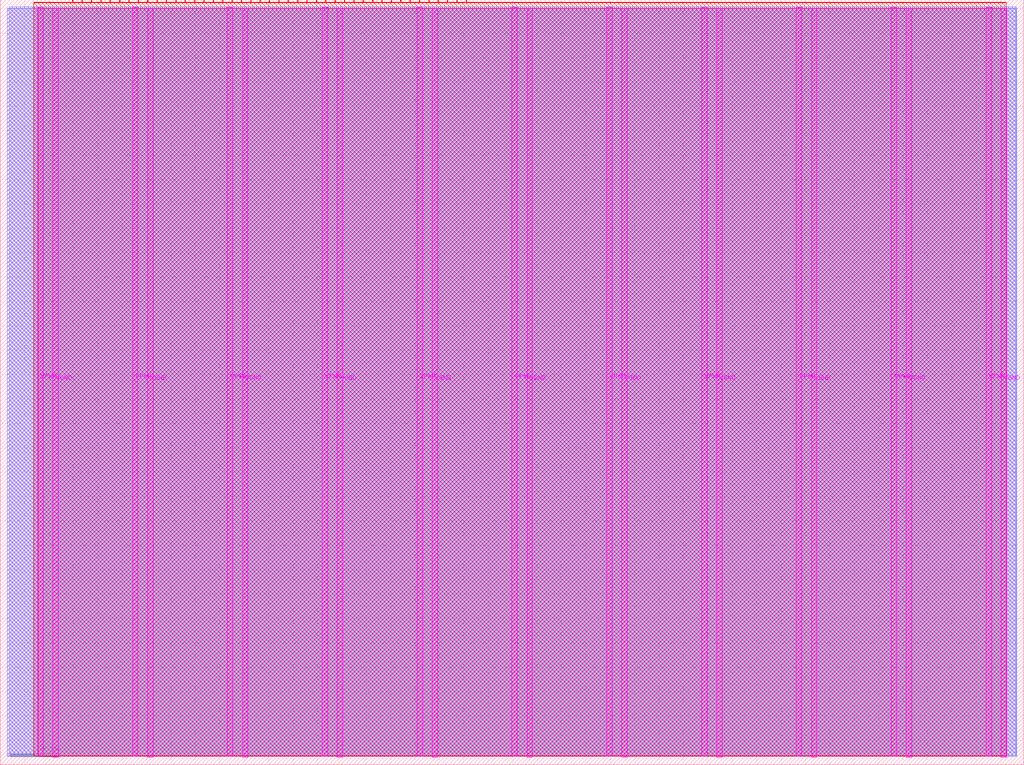
<source format=lef>
VERSION 5.7 ;
  NOWIREEXTENSIONATPIN ON ;
  DIVIDERCHAR "/" ;
  BUSBITCHARS "[]" ;
MACRO tt_um_vga_tetris
  CLASS BLOCK ;
  FOREIGN tt_um_vga_tetris ;
  ORIGIN 0.000 0.000 ;
  SIZE 419.520 BY 313.740 ;
  PIN VGND
    DIRECTION INOUT ;
    USE GROUND ;
    PORT
      LAYER TopMetal1 ;
        RECT 21.580 3.150 23.780 310.180 ;
    END
    PORT
      LAYER TopMetal1 ;
        RECT 60.450 3.150 62.650 310.180 ;
    END
    PORT
      LAYER TopMetal1 ;
        RECT 99.320 3.150 101.520 310.180 ;
    END
    PORT
      LAYER TopMetal1 ;
        RECT 138.190 3.150 140.390 310.180 ;
    END
    PORT
      LAYER TopMetal1 ;
        RECT 177.060 3.150 179.260 310.180 ;
    END
    PORT
      LAYER TopMetal1 ;
        RECT 215.930 3.150 218.130 310.180 ;
    END
    PORT
      LAYER TopMetal1 ;
        RECT 254.800 3.150 257.000 310.180 ;
    END
    PORT
      LAYER TopMetal1 ;
        RECT 293.670 3.150 295.870 310.180 ;
    END
    PORT
      LAYER TopMetal1 ;
        RECT 332.540 3.150 334.740 310.180 ;
    END
    PORT
      LAYER TopMetal1 ;
        RECT 371.410 3.150 373.610 310.180 ;
    END
    PORT
      LAYER TopMetal1 ;
        RECT 410.280 3.150 412.480 310.180 ;
    END
  END VGND
  PIN VPWR
    DIRECTION INOUT ;
    USE POWER ;
    PORT
      LAYER TopMetal1 ;
        RECT 15.380 3.560 17.580 310.590 ;
    END
    PORT
      LAYER TopMetal1 ;
        RECT 54.250 3.560 56.450 310.590 ;
    END
    PORT
      LAYER TopMetal1 ;
        RECT 93.120 3.560 95.320 310.590 ;
    END
    PORT
      LAYER TopMetal1 ;
        RECT 131.990 3.560 134.190 310.590 ;
    END
    PORT
      LAYER TopMetal1 ;
        RECT 170.860 3.560 173.060 310.590 ;
    END
    PORT
      LAYER TopMetal1 ;
        RECT 209.730 3.560 211.930 310.590 ;
    END
    PORT
      LAYER TopMetal1 ;
        RECT 248.600 3.560 250.800 310.590 ;
    END
    PORT
      LAYER TopMetal1 ;
        RECT 287.470 3.560 289.670 310.590 ;
    END
    PORT
      LAYER TopMetal1 ;
        RECT 326.340 3.560 328.540 310.590 ;
    END
    PORT
      LAYER TopMetal1 ;
        RECT 365.210 3.560 367.410 310.590 ;
    END
    PORT
      LAYER TopMetal1 ;
        RECT 404.080 3.560 406.280 310.590 ;
    END
  END VPWR
  PIN clk
    DIRECTION INPUT ;
    USE SIGNAL ;
    ANTENNAGATEAREA 0.725400 ;
    PORT
      LAYER Metal4 ;
        RECT 187.050 312.740 187.350 313.740 ;
    END
  END clk
  PIN ena
    DIRECTION INPUT ;
    USE SIGNAL ;
    PORT
      LAYER Metal4 ;
        RECT 190.890 312.740 191.190 313.740 ;
    END
  END ena
  PIN rst_n
    DIRECTION INPUT ;
    USE SIGNAL ;
    ANTENNAGATEAREA 0.725400 ;
    PORT
      LAYER Metal4 ;
        RECT 183.210 312.740 183.510 313.740 ;
    END
  END rst_n
  PIN ui_in[0]
    DIRECTION INPUT ;
    USE SIGNAL ;
    ANTENNAGATEAREA 0.180700 ;
    PORT
      LAYER Metal4 ;
        RECT 179.370 312.740 179.670 313.740 ;
    END
  END ui_in[0]
  PIN ui_in[1]
    DIRECTION INPUT ;
    USE SIGNAL ;
    ANTENNAGATEAREA 0.180700 ;
    PORT
      LAYER Metal4 ;
        RECT 175.530 312.740 175.830 313.740 ;
    END
  END ui_in[1]
  PIN ui_in[2]
    DIRECTION INPUT ;
    USE SIGNAL ;
    ANTENNAGATEAREA 0.180700 ;
    PORT
      LAYER Metal4 ;
        RECT 171.690 312.740 171.990 313.740 ;
    END
  END ui_in[2]
  PIN ui_in[3]
    DIRECTION INPUT ;
    USE SIGNAL ;
    ANTENNAGATEAREA 0.180700 ;
    PORT
      LAYER Metal4 ;
        RECT 167.850 312.740 168.150 313.740 ;
    END
  END ui_in[3]
  PIN ui_in[4]
    DIRECTION INPUT ;
    USE SIGNAL ;
    PORT
      LAYER Metal4 ;
        RECT 164.010 312.740 164.310 313.740 ;
    END
  END ui_in[4]
  PIN ui_in[5]
    DIRECTION INPUT ;
    USE SIGNAL ;
    PORT
      LAYER Metal4 ;
        RECT 160.170 312.740 160.470 313.740 ;
    END
  END ui_in[5]
  PIN ui_in[6]
    DIRECTION INPUT ;
    USE SIGNAL ;
    PORT
      LAYER Metal4 ;
        RECT 156.330 312.740 156.630 313.740 ;
    END
  END ui_in[6]
  PIN ui_in[7]
    DIRECTION INPUT ;
    USE SIGNAL ;
    PORT
      LAYER Metal4 ;
        RECT 152.490 312.740 152.790 313.740 ;
    END
  END ui_in[7]
  PIN uio_in[0]
    DIRECTION INPUT ;
    USE SIGNAL ;
    PORT
      LAYER Metal4 ;
        RECT 148.650 312.740 148.950 313.740 ;
    END
  END uio_in[0]
  PIN uio_in[1]
    DIRECTION INPUT ;
    USE SIGNAL ;
    PORT
      LAYER Metal4 ;
        RECT 144.810 312.740 145.110 313.740 ;
    END
  END uio_in[1]
  PIN uio_in[2]
    DIRECTION INPUT ;
    USE SIGNAL ;
    PORT
      LAYER Metal4 ;
        RECT 140.970 312.740 141.270 313.740 ;
    END
  END uio_in[2]
  PIN uio_in[3]
    DIRECTION INPUT ;
    USE SIGNAL ;
    PORT
      LAYER Metal4 ;
        RECT 137.130 312.740 137.430 313.740 ;
    END
  END uio_in[3]
  PIN uio_in[4]
    DIRECTION INPUT ;
    USE SIGNAL ;
    PORT
      LAYER Metal4 ;
        RECT 133.290 312.740 133.590 313.740 ;
    END
  END uio_in[4]
  PIN uio_in[5]
    DIRECTION INPUT ;
    USE SIGNAL ;
    PORT
      LAYER Metal4 ;
        RECT 129.450 312.740 129.750 313.740 ;
    END
  END uio_in[5]
  PIN uio_in[6]
    DIRECTION INPUT ;
    USE SIGNAL ;
    PORT
      LAYER Metal4 ;
        RECT 125.610 312.740 125.910 313.740 ;
    END
  END uio_in[6]
  PIN uio_in[7]
    DIRECTION INPUT ;
    USE SIGNAL ;
    PORT
      LAYER Metal4 ;
        RECT 121.770 312.740 122.070 313.740 ;
    END
  END uio_in[7]
  PIN uio_oe[0]
    DIRECTION OUTPUT ;
    USE SIGNAL ;
    ANTENNADIFFAREA 0.299200 ;
    PORT
      LAYER Metal4 ;
        RECT 56.490 312.740 56.790 313.740 ;
    END
  END uio_oe[0]
  PIN uio_oe[1]
    DIRECTION OUTPUT ;
    USE SIGNAL ;
    ANTENNADIFFAREA 0.299200 ;
    PORT
      LAYER Metal4 ;
        RECT 52.650 312.740 52.950 313.740 ;
    END
  END uio_oe[1]
  PIN uio_oe[2]
    DIRECTION OUTPUT ;
    USE SIGNAL ;
    ANTENNADIFFAREA 0.299200 ;
    PORT
      LAYER Metal4 ;
        RECT 48.810 312.740 49.110 313.740 ;
    END
  END uio_oe[2]
  PIN uio_oe[3]
    DIRECTION OUTPUT ;
    USE SIGNAL ;
    ANTENNADIFFAREA 0.299200 ;
    PORT
      LAYER Metal4 ;
        RECT 44.970 312.740 45.270 313.740 ;
    END
  END uio_oe[3]
  PIN uio_oe[4]
    DIRECTION OUTPUT ;
    USE SIGNAL ;
    ANTENNADIFFAREA 0.299200 ;
    PORT
      LAYER Metal4 ;
        RECT 41.130 312.740 41.430 313.740 ;
    END
  END uio_oe[4]
  PIN uio_oe[5]
    DIRECTION OUTPUT ;
    USE SIGNAL ;
    ANTENNADIFFAREA 0.299200 ;
    PORT
      LAYER Metal4 ;
        RECT 37.290 312.740 37.590 313.740 ;
    END
  END uio_oe[5]
  PIN uio_oe[6]
    DIRECTION OUTPUT ;
    USE SIGNAL ;
    ANTENNADIFFAREA 0.299200 ;
    PORT
      LAYER Metal4 ;
        RECT 33.450 312.740 33.750 313.740 ;
    END
  END uio_oe[6]
  PIN uio_oe[7]
    DIRECTION OUTPUT ;
    USE SIGNAL ;
    ANTENNADIFFAREA 0.299200 ;
    PORT
      LAYER Metal4 ;
        RECT 29.610 312.740 29.910 313.740 ;
    END
  END uio_oe[7]
  PIN uio_out[0]
    DIRECTION OUTPUT ;
    USE SIGNAL ;
    ANTENNADIFFAREA 0.299200 ;
    PORT
      LAYER Metal4 ;
        RECT 87.210 312.740 87.510 313.740 ;
    END
  END uio_out[0]
  PIN uio_out[1]
    DIRECTION OUTPUT ;
    USE SIGNAL ;
    ANTENNADIFFAREA 0.299200 ;
    PORT
      LAYER Metal4 ;
        RECT 83.370 312.740 83.670 313.740 ;
    END
  END uio_out[1]
  PIN uio_out[2]
    DIRECTION OUTPUT ;
    USE SIGNAL ;
    ANTENNADIFFAREA 0.299200 ;
    PORT
      LAYER Metal4 ;
        RECT 79.530 312.740 79.830 313.740 ;
    END
  END uio_out[2]
  PIN uio_out[3]
    DIRECTION OUTPUT ;
    USE SIGNAL ;
    ANTENNADIFFAREA 0.299200 ;
    PORT
      LAYER Metal4 ;
        RECT 75.690 312.740 75.990 313.740 ;
    END
  END uio_out[3]
  PIN uio_out[4]
    DIRECTION OUTPUT ;
    USE SIGNAL ;
    ANTENNADIFFAREA 0.299200 ;
    PORT
      LAYER Metal4 ;
        RECT 71.850 312.740 72.150 313.740 ;
    END
  END uio_out[4]
  PIN uio_out[5]
    DIRECTION OUTPUT ;
    USE SIGNAL ;
    ANTENNADIFFAREA 0.299200 ;
    PORT
      LAYER Metal4 ;
        RECT 68.010 312.740 68.310 313.740 ;
    END
  END uio_out[5]
  PIN uio_out[6]
    DIRECTION OUTPUT ;
    USE SIGNAL ;
    ANTENNADIFFAREA 0.299200 ;
    PORT
      LAYER Metal4 ;
        RECT 64.170 312.740 64.470 313.740 ;
    END
  END uio_out[6]
  PIN uio_out[7]
    DIRECTION OUTPUT ;
    USE SIGNAL ;
    ANTENNADIFFAREA 0.299200 ;
    PORT
      LAYER Metal4 ;
        RECT 60.330 312.740 60.630 313.740 ;
    END
  END uio_out[7]
  PIN uo_out[0]
    DIRECTION OUTPUT ;
    USE SIGNAL ;
    ANTENNADIFFAREA 0.706800 ;
    PORT
      LAYER Metal4 ;
        RECT 117.930 312.740 118.230 313.740 ;
    END
  END uo_out[0]
  PIN uo_out[1]
    DIRECTION OUTPUT ;
    USE SIGNAL ;
    ANTENNADIFFAREA 1.124800 ;
    PORT
      LAYER Metal4 ;
        RECT 114.090 312.740 114.390 313.740 ;
    END
  END uo_out[1]
  PIN uo_out[2]
    DIRECTION OUTPUT ;
    USE SIGNAL ;
    ANTENNADIFFAREA 0.972800 ;
    PORT
      LAYER Metal4 ;
        RECT 110.250 312.740 110.550 313.740 ;
    END
  END uo_out[2]
  PIN uo_out[3]
    DIRECTION OUTPUT ;
    USE SIGNAL ;
    ANTENNADIFFAREA 0.708600 ;
    PORT
      LAYER Metal4 ;
        RECT 106.410 312.740 106.710 313.740 ;
    END
  END uo_out[3]
  PIN uo_out[4]
    DIRECTION OUTPUT ;
    USE SIGNAL ;
    ANTENNADIFFAREA 0.649200 ;
    PORT
      LAYER Metal4 ;
        RECT 102.570 312.740 102.870 313.740 ;
    END
  END uo_out[4]
  PIN uo_out[5]
    DIRECTION OUTPUT ;
    USE SIGNAL ;
    ANTENNADIFFAREA 1.058000 ;
    PORT
      LAYER Metal4 ;
        RECT 98.730 312.740 99.030 313.740 ;
    END
  END uo_out[5]
  PIN uo_out[6]
    DIRECTION OUTPUT ;
    USE SIGNAL ;
    ANTENNAGATEAREA 0.455000 ;
    ANTENNADIFFAREA 1.269200 ;
    PORT
      LAYER Metal4 ;
        RECT 94.890 312.740 95.190 313.740 ;
    END
  END uo_out[6]
  PIN uo_out[7]
    DIRECTION OUTPUT ;
    USE SIGNAL ;
    ANTENNADIFFAREA 0.708600 ;
    PORT
      LAYER Metal4 ;
        RECT 91.050 312.740 91.350 313.740 ;
    END
  END uo_out[7]
  OBS
      LAYER GatPoly ;
        RECT 2.880 3.630 416.640 310.110 ;
      LAYER Metal1 ;
        RECT 2.880 3.560 416.640 310.180 ;
      LAYER Metal2 ;
        RECT 3.735 3.635 416.265 310.945 ;
      LAYER Metal3 ;
        RECT 3.695 3.680 416.305 310.905 ;
      LAYER Metal4 ;
        RECT 13.820 312.530 29.400 312.740 ;
        RECT 30.120 312.530 33.240 312.740 ;
        RECT 33.960 312.530 37.080 312.740 ;
        RECT 37.800 312.530 40.920 312.740 ;
        RECT 41.640 312.530 44.760 312.740 ;
        RECT 45.480 312.530 48.600 312.740 ;
        RECT 49.320 312.530 52.440 312.740 ;
        RECT 53.160 312.530 56.280 312.740 ;
        RECT 57.000 312.530 60.120 312.740 ;
        RECT 60.840 312.530 63.960 312.740 ;
        RECT 64.680 312.530 67.800 312.740 ;
        RECT 68.520 312.530 71.640 312.740 ;
        RECT 72.360 312.530 75.480 312.740 ;
        RECT 76.200 312.530 79.320 312.740 ;
        RECT 80.040 312.530 83.160 312.740 ;
        RECT 83.880 312.530 87.000 312.740 ;
        RECT 87.720 312.530 90.840 312.740 ;
        RECT 91.560 312.530 94.680 312.740 ;
        RECT 95.400 312.530 98.520 312.740 ;
        RECT 99.240 312.530 102.360 312.740 ;
        RECT 103.080 312.530 106.200 312.740 ;
        RECT 106.920 312.530 110.040 312.740 ;
        RECT 110.760 312.530 113.880 312.740 ;
        RECT 114.600 312.530 117.720 312.740 ;
        RECT 118.440 312.530 121.560 312.740 ;
        RECT 122.280 312.530 125.400 312.740 ;
        RECT 126.120 312.530 129.240 312.740 ;
        RECT 129.960 312.530 133.080 312.740 ;
        RECT 133.800 312.530 136.920 312.740 ;
        RECT 137.640 312.530 140.760 312.740 ;
        RECT 141.480 312.530 144.600 312.740 ;
        RECT 145.320 312.530 148.440 312.740 ;
        RECT 149.160 312.530 152.280 312.740 ;
        RECT 153.000 312.530 156.120 312.740 ;
        RECT 156.840 312.530 159.960 312.740 ;
        RECT 160.680 312.530 163.800 312.740 ;
        RECT 164.520 312.530 167.640 312.740 ;
        RECT 168.360 312.530 171.480 312.740 ;
        RECT 172.200 312.530 175.320 312.740 ;
        RECT 176.040 312.530 179.160 312.740 ;
        RECT 179.880 312.530 183.000 312.740 ;
        RECT 183.720 312.530 186.840 312.740 ;
        RECT 187.560 312.530 190.680 312.740 ;
        RECT 191.400 312.530 412.300 312.740 ;
        RECT 13.820 3.635 412.300 312.530 ;
      LAYER Metal5 ;
        RECT 15.515 3.470 412.345 310.270 ;
  END
END tt_um_vga_tetris
END LIBRARY


</source>
